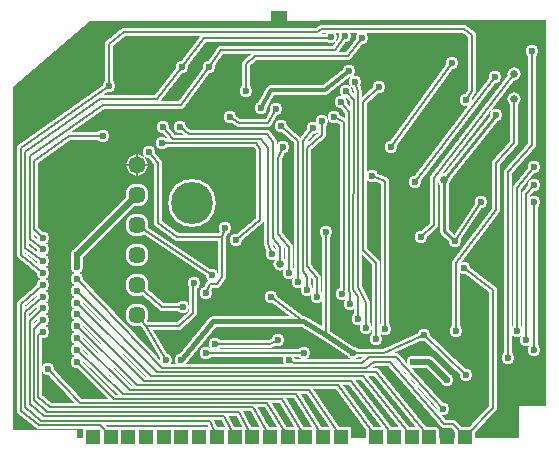
<source format=gbl>
G04*
G04 Format:               Gerber RS-274X*
G04 Export Settings:      OSH Park*
G04 Layer:                BottomCopper*
G04 This File Name:       GC_DUAL_FINAL_testffc_ADV.gbl*
G04 Source File Name:     GC_DUAL_FINAL_testffc_ADV.rrb*
G04 Unique ID:            4e2d7a6f-c949-47f3-acdd-e5fe3011063f*
G04 Generated Date:       Friday, 30 March 2018 12:58:07*
G04*
G04 Created Using:        Robot Room Copper Connection v3.0.5875*
G04 Software Contact:     http://www.robotroom.com/CopperConnection/Support.aspx*
G04 License Number:       1880*
G04*
G04 Zero Suppression:     Leading*
G04 Number Precision:     2.4*
G04*
%FSLAX24Y24*%
%MOIN*%
%LNBottomCopper*%
%ADD10C,.0063*%
%ADD11C,.007*%
%ADD12C,.008*%
%ADD13C,.01*%
%ADD14C,.0118*%
%ADD15C,.012*%
%ADD16C,.015*%
%ADD17C,.02*%
%ADD18C,.0236*%
%ADD19C,.0248*%
%ADD20C,.0256*%
%ADD21C,.0263*%
%ADD22C,.027*%
%ADD23C,.028*%
%ADD24C,.03*%
%ADD25C,.032*%
%ADD26C,.035*%
%ADD27C,.04*%
%ADD28C,.0436*%
%ADD29C,.0448*%
%ADD30C,.0456*%
%ADD31C,.0571*%
%ADD32C,.0771*%
%ADD33C,.1398*%
%ADD34C,.1598*%
%ADD35R,.006X.006*%
%ADD36R,.0453X.0453*%
%ADD37R,.0551X.0551*%
%ADD38R,.0653X.0653*%
%AMTHERMAL*7,0,0,$1,$1-$2-$2,$2,0*%
%ADD39THERMAL,.0728X.0079*%
G36*
G01X443Y13879D02*
X15627Y13891D01*
X15625Y1019D01*
X14750D01*
Y-48D01*
X0D01*
Y237D01*
X-2116D01*
Y11665D01*
X443Y13879D01*
G37*
%LPC*%
D39*
X1998Y9063D03*
D21*
X9539Y11157D02*
X10089Y11663D01*
X6822Y10374D02*
X7373Y9873D01*
X14381Y2620D02*
Y8840D01*
X1083Y11714D02*
Y13108D01*
X1575Y13485D01*
X8022D01*
X12894Y13584D02*
X13189Y13387D01*
Y11517D01*
X6507Y6084D02*
X6389Y6435D01*
X6388Y9637D02*
X6152Y9942D01*
X3445Y10335D02*
X3740Y10089D01*
X6545Y9834D02*
X6546Y6633D01*
X15247Y8407D02*
X14972Y8092D01*
X15247Y8998D02*
X14657Y8289D01*
X15247Y7817D02*
Y2895D01*
X14972Y8092D02*
Y3222D01*
X14657Y8289D02*
Y3525D01*
X6861Y9667D02*
X6704Y9313D01*
X7885Y10297D02*
X7531Y9864D01*
X7373Y9873D02*
Y5179D01*
X8003Y4667D02*
Y5297D01*
X9381Y3919D02*
X9379Y4656D01*
X10285Y3594D02*
X10287Y8527D01*
X11468Y6675D02*
X11893Y7069D01*
X13987Y9116D02*
X14578Y9785D01*
X10488Y9667D02*
X12491Y12462D01*
X12649Y3526D02*
Y5809D01*
X13987Y7578D01*
X3340Y6675D02*
X2707Y7126D01*
X13987Y7578D02*
Y9116D01*
X12609Y6518D02*
X13467Y7817D01*
X11893Y7069D02*
Y8622D01*
X10287Y8527D02*
X9843Y8711D01*
X9972Y5809D02*
X9970Y3270D01*
X6389Y6435D02*
X6388Y9637D01*
X6546Y6633D02*
X6783Y6318D01*
Y5781D01*
X7058Y6316D02*
Y5455D01*
X6704Y6776D02*
X7058Y6316D01*
X7531Y9864D02*
Y5533D01*
X7688Y9628D02*
X8161Y10070D01*
Y10529D01*
X8909Y10494D02*
X8563Y10672D01*
X9106Y4445D02*
X9104Y4774D01*
X9066Y10836D02*
X8809Y11171D01*
X9263Y11832D02*
X9381Y11486D01*
X9539Y11157D02*
Y6242D01*
X9972Y5809D01*
X6704Y9313D02*
Y6776D01*
X7531Y5533D02*
X7688Y5336D01*
Y4903D01*
X8003Y5297D02*
X7688Y5691D01*
Y9628D01*
X9379Y5010D02*
X9655Y4459D01*
X9381Y11486D02*
X9379Y5010D01*
Y4656D02*
X9222Y4931D01*
X9224Y11228D02*
X8987Y11518D01*
X9104Y4774D02*
X9064Y4892D01*
X8830Y4753D02*
X8907Y4897D01*
X8909Y10494D01*
X9064Y4892D02*
X9066Y10836D01*
X9222Y4931D02*
X9224Y11228D01*
X9655Y4459D02*
Y3632D01*
X2707Y9134D02*
X2411Y9499D01*
X2707Y7126D02*
Y9134D01*
X1998Y5075D02*
X2846Y4347D01*
X3554D01*
X1998Y4075D02*
X2295Y3692D01*
X1998Y7075D02*
X4499Y5415D01*
X4951Y6954D02*
X4854Y6675D01*
X11270Y8495D02*
X13948Y11990D01*
X7579Y2806D02*
X4313D01*
X4657Y5091D02*
X4449D01*
X4854Y6675D02*
Y5336D01*
Y6675D02*
X3340D01*
X4449Y5091D02*
X4318Y4785D01*
X4854Y5336D02*
X4657Y5091D01*
X3869Y4938D02*
X3909Y5140D01*
X14381Y8840D02*
X15169Y9744D01*
Y12856D01*
X14578Y9785D02*
Y11281D01*
X11893Y8622D02*
X14578Y12108D01*
X6693Y3222D02*
X6447Y3102D01*
X3396Y3692D02*
X3868Y4125D01*
X3869Y4938D01*
X2295Y3692D02*
X3396D01*
X13189Y11517D02*
X12958Y11240D01*
X6152Y9942D02*
X3199D01*
X3740Y10089D02*
X6348Y10090D01*
X6545Y9834D01*
X3199Y9942D02*
X2862Y10326D01*
X2965Y2568D02*
X2295Y3692D01*
X6447Y3102D02*
X4608D01*
X7087Y2560D02*
X7251Y2462D01*
X10630Y2659D02*
X12205Y936D01*
X1083Y11714D02*
X-1870Y9647D01*
Y6054D01*
X-1132Y5464D01*
X872Y10041D02*
X-246D01*
X-1132Y6645D02*
X-1427Y6940D01*
Y9204D01*
X-246Y10041D01*
X9498Y2462D02*
X9744Y2659D01*
X10630D01*
X7251Y2462D02*
X9498D01*
X8169Y13584D02*
X12894D01*
X8022Y13485D02*
X8169Y13584D01*
X6644Y10925D02*
X6369Y10482D01*
X5413D01*
X5118Y10679D01*
D22*
X8465Y13337D02*
X8317Y13289D01*
X4232D02*
X3515Y12344D01*
X8928Y13349D02*
X8612Y12895D01*
X9519Y13294D02*
X9052Y12698D01*
X5940D02*
X5640Y12432D01*
X8612Y12895D02*
X4823D01*
X4421Y12344D01*
X9052Y12698D02*
X5940D01*
X2854Y9795D02*
X5963D01*
X12936Y7D02*
X13862Y959D01*
X6113Y7226D02*
X5293Y6557D01*
X13862Y4889D02*
X12905Y5637D01*
X13862Y959D02*
Y4889D01*
X5640Y12432D02*
Y11527D01*
X6112Y9598D02*
X6113Y7226D01*
X5963Y9795D02*
X6112Y9598D01*
X10433Y2511D02*
X12254Y444D01*
X9968Y2167D02*
X11752Y2D01*
X9528Y2019D02*
X11163Y5D01*
X9131Y1871D02*
X10573Y9D01*
X8707Y1724D02*
X9981Y5D01*
X7732Y1576D02*
X8802Y5D01*
X6831Y1281D02*
X7619Y9D01*
X7295Y1428D02*
X8212Y2D01*
X6351Y1133D02*
X7029Y6D01*
X5890Y985D02*
X6441Y9D01*
X5398Y838D02*
X5851Y-13D01*
X4921Y690D02*
X5258Y9D01*
X4435Y543D02*
X4668Y-13D01*
X1127Y6D02*
X787Y395D01*
X-1870Y851D02*
Y4445D01*
X12549Y444D02*
X12936Y7D01*
X12254Y444D02*
X12549D01*
X4421Y12344D02*
X3461Y11074D01*
X3515Y12344D02*
X2670Y11271D01*
X787D01*
X-1722Y9499D01*
X3461Y11074D02*
X886D01*
X-1575Y9352D01*
X2662Y2167D02*
X9968D01*
X2475Y2019D02*
X9528D01*
X2253Y1871D02*
X9131D01*
X2013Y1724D02*
X8707D01*
X1773Y1576D02*
X7732D01*
X1533Y1428D02*
X7295D01*
X1240Y1281D02*
X6831D01*
X0Y4873D02*
X2662Y2167D01*
X0Y4480D02*
X2475Y2019D01*
X0Y4086D02*
X2253Y1871D01*
X0Y3692D02*
X2013Y1724D01*
X0Y3298D02*
X1773Y1576D01*
X0Y2905D02*
X1533Y1428D01*
X0Y2511D02*
X1240Y1281D01*
X-961Y2257D02*
X116Y1133D01*
X-1132Y3495D02*
X-1280Y3392D01*
X-1132Y3889D02*
X-1427Y3598D01*
X-1132Y4283D02*
X-1575Y3868D01*
X-1132Y4676D02*
X-1722Y4150D01*
X0Y5267D02*
X2831Y2314D01*
X-1722Y4150D02*
Y985D01*
X-1870Y4445D02*
X-1132Y5070D01*
X-1722Y985D02*
X-1181Y543D01*
X787Y395D02*
X-1272D01*
X-1870Y851D01*
X-1181Y543D02*
X4435D01*
X-1575Y3868D02*
Y1102D01*
X-1087Y690D01*
X4921D01*
X-1427Y3598D02*
Y1218D01*
X-984Y838D01*
X5398D01*
X-1280Y3392D02*
Y1330D01*
X-886Y985D01*
X5890D01*
X116Y1133D02*
X6351D01*
X-1722Y9499D02*
Y6300D01*
X-1132Y5858D01*
X-1575Y9352D02*
Y6596D01*
X-1132Y6251D01*
X2831Y2314D02*
X9646D01*
X9892Y2511D02*
X10433D01*
X9646Y2314D02*
X9892Y2511D01*
X8317Y13289D02*
X4232D01*
D23*
X11586Y3407D02*
X12964Y2069D01*
X8318Y6832D02*
X8317Y3386D01*
X9203Y2806D02*
X10236D01*
X7536Y3880D02*
X6468Y4667D01*
X10236Y2806D02*
X11586Y3407D01*
D24*
X12609Y6518D02*
X12255Y6872D01*
Y8565D01*
X13987Y10730D01*
D25*
X6152Y10974D02*
X6480Y11565D01*
X8268D02*
X9074Y12187D01*
X6480Y11565D02*
X8268D01*
D26*
X9203Y2806D02*
X8317Y3386D01*
X7536Y3880D01*
X4529D02*
X7536D01*
X3484Y2568D02*
X4529Y3880D01*
D27*
X11743Y2502D02*
X11192D01*
X12334Y1911D02*
X11743Y2502D01*
X0Y5661D02*
Y6054D01*
X2003Y8075D01*
D28*
X12905Y5637D03*
X9843Y8711D03*
X10089Y11663D03*
X8161Y10529D03*
X7885Y10297D03*
X9263Y11832D03*
X8987Y11518D03*
X8809Y11171D03*
X8563Y10672D03*
X6822Y10374D03*
X14381Y2620D03*
X15169Y12856D03*
X6152Y10974D03*
X9074Y12187D03*
X5640Y11527D03*
X4421Y12344D03*
X3515D03*
X9519Y13294D03*
X8928Y13349D03*
X8465Y13337D03*
X3445Y10335D03*
X2862Y10326D03*
X2854Y9795D03*
X15247Y8998D03*
Y8407D03*
Y7817D03*
X14657Y3525D03*
X14972Y3222D03*
X15247Y2895D03*
X2411Y9499D03*
X5293Y6557D03*
X6507Y6084D03*
X7058Y5455D03*
X7373Y5179D03*
X7688Y4903D03*
X8003Y4667D03*
X8830Y4753D03*
X9106Y4445D03*
X9381Y3919D03*
X6861Y9667D03*
X9655Y3632D03*
X9970Y3270D03*
X10285Y3594D03*
X11468Y6675D03*
X12649Y3526D03*
X10488Y9667D03*
X12491Y12462D03*
X12334Y1911D03*
X12205Y936D03*
X9203Y2806D03*
X11192Y2502D03*
X6693Y3222D03*
X4608Y3102D03*
X12609Y6518D03*
X13467Y7817D03*
X11270Y8495D03*
X6468Y4667D03*
X11586Y3407D03*
X8318Y6832D03*
X12964Y2069D03*
X3554Y4347D03*
X3909Y5140D03*
X4499Y5415D03*
X4951Y6954D03*
X4318Y4785D03*
X13948Y11990D03*
X13987Y10730D03*
X12958Y11240D03*
X1083Y11714D03*
X2965Y2568D03*
X3484D03*
X7579Y2806D03*
X4313D03*
X7087Y2560D03*
X0Y5267D03*
Y4873D03*
Y4480D03*
Y4086D03*
Y3692D03*
Y3298D03*
Y2905D03*
Y2511D03*
X-961Y2257D03*
X-1132Y3495D03*
Y3889D03*
Y4283D03*
Y4676D03*
Y5070D03*
Y5464D03*
Y5858D03*
Y6251D03*
X0Y5661D03*
Y6054D03*
X872Y10041D03*
X-1132Y6645D03*
D18*
X11368Y936D03*
X13041Y641D03*
X11713Y543D03*
X12746Y641D03*
X10301Y2216D03*
X8465Y2757D03*
X5105Y3397D03*
X3222Y2806D03*
X4584Y2567D03*
D28*
X6644Y10925D03*
X5118Y10679D03*
D29*
X14578Y12108D03*
Y11281D03*
D30*
X6783Y5781D03*
X12255Y8565D03*
D32*
X1998Y4075D03*
Y5075D03*
Y6075D03*
Y7075D03*
X2003Y8075D03*
D34*
X3837Y7784D03*
D38*
X3489Y6D03*
X4079Y9D03*
X4668Y-13D03*
X5258Y9D03*
X5851Y-13D03*
X6441Y9D03*
X7029Y6D03*
X7619Y9D03*
X8212Y2D03*
X8802Y5D03*
X9981D03*
X10573Y9D03*
X11163Y5D03*
X11752Y2D03*
D36*
X12342Y5D03*
D38*
X12936Y7D03*
X1718Y6D03*
X1127D03*
X537D03*
X2899D03*
X2308D03*
%LPD*%
D10*
X9539Y11157D02*
X10089Y11663D01*
X6822Y10374D02*
X7373Y9873D01*
X14381Y2620D02*
Y8840D01*
X1083Y11714D02*
Y13108D01*
X1575Y13485D01*
X8022D01*
X12894Y13584D02*
X13189Y13387D01*
Y11517D01*
X6507Y6084D02*
X6389Y6435D01*
X6388Y9637D02*
X6152Y9942D01*
X3445Y10335D02*
X3740Y10089D01*
X6545Y9834D02*
X6546Y6633D01*
X15247Y8407D02*
X14972Y8092D01*
X15247Y8998D02*
X14657Y8289D01*
X15247Y7817D02*
Y2895D01*
X14972Y8092D02*
Y3222D01*
X14657Y8289D02*
Y3525D01*
X6861Y9667D02*
X6704Y9313D01*
X7885Y10297D02*
X7531Y9864D01*
X7373Y9873D02*
Y5179D01*
X8003Y4667D02*
Y5297D01*
X9381Y3919D02*
X9379Y4656D01*
X10285Y3594D02*
X10287Y8527D01*
X11468Y6675D02*
X11893Y7069D01*
X13987Y9116D02*
X14578Y9785D01*
X10488Y9667D02*
X12491Y12462D01*
X12649Y3526D02*
Y5809D01*
X13987Y7578D01*
X3340Y6675D02*
X2707Y7126D01*
X13987Y7578D02*
Y9116D01*
X12609Y6518D02*
X13467Y7817D01*
X11893Y7069D02*
Y8622D01*
X10287Y8527D02*
X9843Y8711D01*
X9972Y5809D02*
X9970Y3270D01*
X6389Y6435D02*
X6388Y9637D01*
X6546Y6633D02*
X6783Y6318D01*
Y5781D01*
X7058Y6316D02*
Y5455D01*
X6704Y6776D02*
X7058Y6316D01*
X7531Y9864D02*
Y5533D01*
X7688Y9628D02*
X8161Y10070D01*
Y10529D01*
X8909Y10494D02*
X8563Y10672D01*
X9106Y4445D02*
X9104Y4774D01*
X9066Y10836D02*
X8809Y11171D01*
X9263Y11832D02*
X9381Y11486D01*
X9539Y11157D02*
Y6242D01*
X9972Y5809D01*
X6704Y9313D02*
Y6776D01*
X7531Y5533D02*
X7688Y5336D01*
Y4903D01*
X8003Y5297D02*
X7688Y5691D01*
Y9628D01*
X9379Y5010D02*
X9655Y4459D01*
X9381Y11486D02*
X9379Y5010D01*
Y4656D02*
X9222Y4931D01*
X9224Y11228D02*
X8987Y11518D01*
X9104Y4774D02*
X9064Y4892D01*
X8830Y4753D02*
X8907Y4897D01*
X8909Y10494D01*
X9064Y4892D02*
X9066Y10836D01*
X9222Y4931D02*
X9224Y11228D01*
X9655Y4459D02*
Y3632D01*
X2707Y9134D02*
X2411Y9499D01*
X2707Y7126D02*
Y9134D01*
X1998Y5075D02*
X2846Y4347D01*
X3554D01*
X1998Y4075D02*
X2295Y3692D01*
X1998Y7075D02*
X4499Y5415D01*
X4951Y6954D02*
X4854Y6675D01*
X11270Y8495D02*
X13948Y11990D01*
X7579Y2806D02*
X4313D01*
X4657Y5091D02*
X4449D01*
X4854Y6675D02*
Y5336D01*
Y6675D02*
X3340D01*
X4449Y5091D02*
X4318Y4785D01*
X4854Y5336D02*
X4657Y5091D01*
X3869Y4938D02*
X3909Y5140D01*
X14381Y8840D02*
X15169Y9744D01*
Y12856D01*
X14578Y9785D02*
Y11281D01*
X11893Y8622D02*
X14578Y12108D01*
X6693Y3222D02*
X6447Y3102D01*
X3396Y3692D02*
X3868Y4125D01*
X3869Y4938D01*
X2295Y3692D02*
X3396D01*
X13189Y11517D02*
X12958Y11240D01*
X6152Y9942D02*
X3199D01*
X3740Y10089D02*
X6348Y10090D01*
X6545Y9834D01*
X3199Y9942D02*
X2862Y10326D01*
X2965Y2568D02*
X2295Y3692D01*
X6447Y3102D02*
X4608D01*
X7087Y2560D02*
X7251Y2462D01*
X10630Y2659D02*
X12205Y936D01*
X1083Y11714D02*
X-1870Y9647D01*
Y6054D01*
X-1132Y5464D01*
X872Y10041D02*
X-246D01*
X-1132Y6645D02*
X-1427Y6940D01*
Y9204D01*
X-246Y10041D01*
X9498Y2462D02*
X9744Y2659D01*
X10630D01*
X7251Y2462D02*
X9498D01*
X8169Y13584D02*
X12894D01*
X8022Y13485D02*
X8169Y13584D01*
X6644Y10925D02*
X6369Y10482D01*
X5413D01*
X5118Y10679D01*
D11*
X8465Y13337D02*
X8317Y13289D01*
X4232D02*
X3515Y12344D01*
X8928Y13349D02*
X8612Y12895D01*
X9519Y13294D02*
X9052Y12698D01*
X5940D02*
X5640Y12432D01*
X8612Y12895D02*
X4823D01*
X4421Y12344D01*
X9052Y12698D02*
X5940D01*
X2854Y9795D02*
X5963D01*
X12936Y7D02*
X13862Y959D01*
X6113Y7226D02*
X5293Y6557D01*
X13862Y4889D02*
X12905Y5637D01*
X13862Y959D02*
Y4889D01*
X5640Y12432D02*
Y11527D01*
X6112Y9598D02*
X6113Y7226D01*
X5963Y9795D02*
X6112Y9598D01*
X10433Y2511D02*
X12254Y444D01*
X9968Y2167D02*
X11752Y2D01*
X9528Y2019D02*
X11163Y5D01*
X9131Y1871D02*
X10573Y9D01*
X8707Y1724D02*
X9981Y5D01*
X7732Y1576D02*
X8802Y5D01*
X6831Y1281D02*
X7619Y9D01*
X7295Y1428D02*
X8212Y2D01*
X6351Y1133D02*
X7029Y6D01*
X5890Y985D02*
X6441Y9D01*
X5398Y838D02*
X5851Y-13D01*
X4921Y690D02*
X5258Y9D01*
X4435Y543D02*
X4668Y-13D01*
X1127Y6D02*
X787Y395D01*
X-1870Y851D02*
Y4445D01*
X12549Y444D02*
X12936Y7D01*
X12254Y444D02*
X12549D01*
X4421Y12344D02*
X3461Y11074D01*
X3515Y12344D02*
X2670Y11271D01*
X787D01*
X-1722Y9499D01*
X3461Y11074D02*
X886D01*
X-1575Y9352D01*
X2662Y2167D02*
X9968D01*
X2475Y2019D02*
X9528D01*
X2253Y1871D02*
X9131D01*
X2013Y1724D02*
X8707D01*
X1773Y1576D02*
X7732D01*
X1533Y1428D02*
X7295D01*
X1240Y1281D02*
X6831D01*
X0Y4873D02*
X2662Y2167D01*
X0Y4480D02*
X2475Y2019D01*
X0Y4086D02*
X2253Y1871D01*
X0Y3692D02*
X2013Y1724D01*
X0Y3298D02*
X1773Y1576D01*
X0Y2905D02*
X1533Y1428D01*
X0Y2511D02*
X1240Y1281D01*
X-961Y2257D02*
X116Y1133D01*
X-1132Y3495D02*
X-1280Y3392D01*
X-1132Y3889D02*
X-1427Y3598D01*
X-1132Y4283D02*
X-1575Y3868D01*
X-1132Y4676D02*
X-1722Y4150D01*
X0Y5267D02*
X2831Y2314D01*
X-1722Y4150D02*
Y985D01*
X-1870Y4445D02*
X-1132Y5070D01*
X-1722Y985D02*
X-1181Y543D01*
X787Y395D02*
X-1272D01*
X-1870Y851D01*
X-1181Y543D02*
X4435D01*
X-1575Y3868D02*
Y1102D01*
X-1087Y690D01*
X4921D01*
X-1427Y3598D02*
Y1218D01*
X-984Y838D01*
X5398D01*
X-1280Y3392D02*
Y1330D01*
X-886Y985D01*
X5890D01*
X116Y1133D02*
X6351D01*
X-1722Y9499D02*
Y6300D01*
X-1132Y5858D01*
X-1575Y9352D02*
Y6596D01*
X-1132Y6251D01*
X2831Y2314D02*
X9646D01*
X9892Y2511D02*
X10433D01*
X9646Y2314D02*
X9892Y2511D01*
X8317Y13289D02*
X4232D01*
D12*
X11586Y3407D02*
X12964Y2069D01*
X8318Y6832D02*
X8317Y3386D01*
X9203Y2806D02*
X10236D01*
X7536Y3880D02*
X6468Y4667D01*
X10236Y2806D02*
X11586Y3407D01*
X12342Y5D02*
X12156Y247D01*
X11909Y493D01*
D13*
X12609Y6518D02*
X12255Y6872D01*
Y8565D01*
X13987Y10730D01*
D14*
X6742Y13941D02*
X7185Y13732D01*
X7480D01*
X6742Y13941D02*
X6299Y13732D01*
X5955D01*
D15*
X6152Y10974D02*
X6480Y11565D01*
X8268D02*
X9074Y12187D01*
X6480Y11565D02*
X8268D01*
D16*
X9203Y2806D02*
X8317Y3386D01*
X7536Y3880D01*
X4529D02*
X7536D01*
X3484Y2568D02*
X4529Y3880D01*
D17*
X11743Y2502D02*
X11192D01*
X12334Y1911D02*
X11743Y2502D01*
X0Y5661D02*
Y6054D01*
X2003Y8075D01*
D18*
X12905Y5637D03*
X9843Y8711D03*
X10089Y11663D03*
X8161Y10529D03*
X7885Y10297D03*
X9263Y11832D03*
X8987Y11518D03*
X8809Y11171D03*
X8563Y10672D03*
X6822Y10374D03*
X14381Y2620D03*
X15169Y12856D03*
X6152Y10974D03*
X9074Y12187D03*
X5640Y11527D03*
X4421Y12344D03*
X3515D03*
X9519Y13294D03*
X8928Y13349D03*
X8465Y13337D03*
X3445Y10335D03*
X2862Y10326D03*
X2854Y9795D03*
X15247Y8998D03*
Y8407D03*
Y7817D03*
X14657Y3525D03*
X14972Y3222D03*
X15247Y2895D03*
X11783Y12895D03*
X2411Y9499D03*
X5293Y6557D03*
X6507Y6084D03*
X7058Y5455D03*
X7373Y5179D03*
X7688Y4903D03*
X8003Y4667D03*
X8830Y4753D03*
X9106Y4445D03*
X9381Y3919D03*
X6861Y9667D03*
X9655Y3632D03*
X9970Y3270D03*
X10285Y3594D03*
X11468Y6675D03*
X12649Y3526D03*
X10488Y9667D03*
X12491Y12462D03*
X12654Y3112D03*
X12334Y1911D03*
X12205Y936D03*
X9203Y2806D03*
X11192Y2502D03*
X6693Y3222D03*
X4608Y3102D03*
X11546Y4600D03*
X11532Y5297D03*
X11428Y6006D03*
X12609Y6518D03*
X13467Y7817D03*
X11270Y8495D03*
X6468Y4667D03*
X11586Y3407D03*
X7993Y7226D03*
X8318Y6832D03*
X8625Y7226D03*
X9932D03*
X12964Y2069D03*
X3554Y4347D03*
X3909Y5140D03*
X4499Y5415D03*
X4951Y6954D03*
X4318Y4785D03*
X13948Y11990D03*
X13987Y10730D03*
X7019Y8722D03*
X10900Y9706D03*
X13442Y2935D03*
X14021Y9586D03*
X13948Y12502D03*
X12840Y12618D03*
X8554Y10218D03*
X4823Y9449D03*
X5050Y7582D03*
X3445Y6940D03*
X3140Y5098D03*
X4696Y4825D03*
X10759Y3525D03*
Y4195D03*
Y4943D03*
X11531Y3919D03*
X9932Y6754D03*
X10759Y7226D03*
X11428D03*
X10759Y6714D03*
X13515Y1990D03*
X14814Y2502D03*
X15405D03*
X14762Y1208D03*
X15383Y1211D03*
X10759Y5494D03*
X13200Y5927D03*
X14021Y10138D03*
X11783Y13284D03*
X15444Y9392D03*
X10169Y13317D03*
X8022Y12156D03*
X7019Y9195D03*
X4281Y9449D03*
X8071Y8465D03*
X2362Y7580D03*
X2628Y6240D03*
X12958Y11240D03*
X1540Y8602D03*
X5364Y9440D03*
X1083Y11714D03*
X2965Y2568D03*
X3484D03*
X7579Y2806D03*
X4313D03*
X7087Y2560D03*
X0Y5267D03*
Y4873D03*
Y4480D03*
Y4086D03*
Y3692D03*
Y3298D03*
Y2905D03*
Y2511D03*
X-961Y2257D03*
X-1132Y3495D03*
Y3889D03*
Y4283D03*
Y4676D03*
Y5070D03*
Y5464D03*
Y5858D03*
Y6251D03*
X0Y5661D03*
Y6054D03*
X872Y10041D03*
X-1132Y6645D03*
X11368Y936D03*
X13041Y641D03*
X11713Y543D03*
X12746Y641D03*
X10301Y2216D03*
X8465Y2757D03*
X5105Y3397D03*
X3222Y2806D03*
X4584Y2567D03*
X-148Y7432D03*
Y8613D03*
X-886D03*
X-148Y9450D03*
X-197Y11615D03*
X-1083Y10976D03*
X6644Y10925D03*
X5118Y10679D03*
X5315Y11220D03*
X4380D03*
X6693Y12106D03*
X10120Y10679D03*
Y11122D03*
D19*
X14578Y12108D03*
Y11281D03*
D20*
X6783Y5781D03*
X12255Y8565D03*
D31*
X1998Y4075D03*
Y5075D03*
Y6075D03*
Y7075D03*
Y9063D03*
X2003Y8075D03*
D33*
X3837Y7784D03*
D36*
X3489Y6D03*
X4079Y9D03*
X4668Y-13D03*
X5258Y9D03*
X5851Y-13D03*
X6441Y9D03*
X7029Y6D03*
X7619Y9D03*
X8212Y2D03*
X8802Y5D03*
X9981D03*
X10573Y9D03*
X11163Y5D03*
X11752Y2D03*
X12342Y5D03*
X12936Y7D03*
X1718Y6D03*
X1127D03*
X537D03*
X2899D03*
X2308D03*
D37*
X6742Y13941D03*
M02*

</source>
